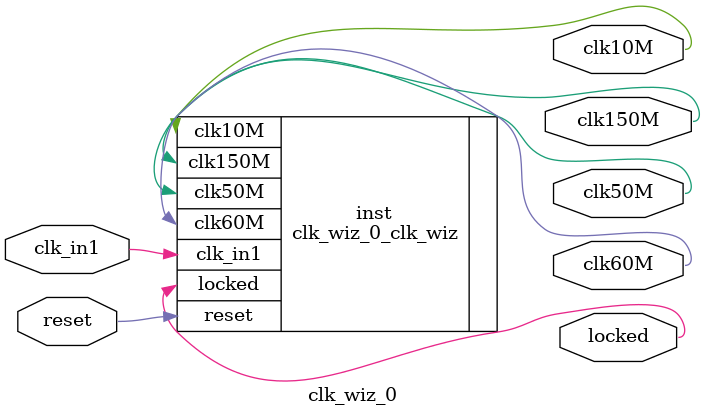
<source format=v>


`timescale 1ps/1ps

(* CORE_GENERATION_INFO = "clk_wiz_0,clk_wiz_v6_0_12_0_0,{component_name=clk_wiz_0,use_phase_alignment=true,use_min_o_jitter=false,use_max_i_jitter=false,use_dyn_phase_shift=false,use_inclk_switchover=false,use_dyn_reconfig=false,enable_axi=0,feedback_source=FDBK_AUTO,PRIMITIVE=MMCM,num_out_clk=4,clkin1_period=10.000,clkin2_period=10.000,use_power_down=false,use_reset=true,use_locked=true,use_inclk_stopped=false,feedback_type=SINGLE,CLOCK_MGR_TYPE=NA,manual_override=false}" *)

module clk_wiz_0 
 (
  // Clock out ports
  output        clk50M,
  output        clk60M,
  output        clk150M,
  output        clk10M,
  // Status and control signals
  input         reset,
  output        locked,
 // Clock in ports
  input         clk_in1
 );

  clk_wiz_0_clk_wiz inst
  (
  // Clock out ports  
  .clk50M(clk50M),
  .clk60M(clk60M),
  .clk150M(clk150M),
  .clk10M(clk10M),
  // Status and control signals               
  .reset(reset), 
  .locked(locked),
 // Clock in ports
  .clk_in1(clk_in1)
  );

endmodule

</source>
